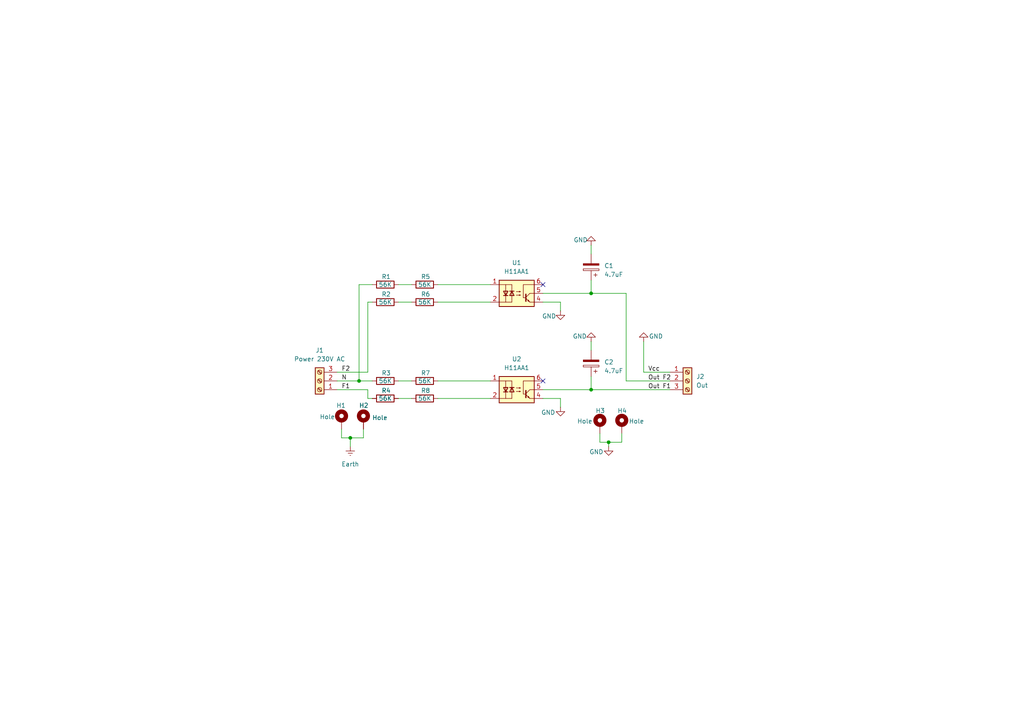
<source format=kicad_sch>
(kicad_sch (version 20250114) (generator "eeschema") (generator_version "9.0")
  (paper "A4")
  (title_block (date "2025-03-13"))
  (lib_symbols
    (symbol "Connector:Screw_Terminal_01x03" (pin_names (offset 1.016) (hide yes))
      (property "Reference" "J" (at 0 5.08 0))
      (property "Value" "Screw_Terminal_01x03" (at 0 -5.08 0))
      (symbol "Screw_Terminal_01x03_1_1"
        (rectangle (start -1.27 3.81) (end 1.27 -3.81) (stroke (width 0.254)) (fill (type background)))
        (polyline (pts (xy -0.5334 2.8702) (xy 0.3302 2.032)) (stroke (width 0.1524)))
        (polyline (pts (xy -0.5334 0.3302) (xy 0.3302 -0.508)) (stroke (width 0.1524)))
        (polyline (pts (xy -0.5334 -2.2098) (xy 0.3302 -3.048)) (stroke (width 0.1524)))
        (polyline (pts (xy -0.3556 3.048) (xy 0.508 2.2098)) (stroke (width 0.1524)))
        (polyline (pts (xy -0.3556 0.508) (xy 0.508 -0.3302)) (stroke (width 0.1524)))
        (polyline (pts (xy -0.3556 -2.032) (xy 0.508 -2.8702)) (stroke (width 0.1524)))
        (circle (center 0 2.54) (radius 0.635) (stroke (width 0.1524)))
        (circle (center 0 0) (radius 0.635) (stroke (width 0.1524)))
        (circle (center 0 -2.54) (radius 0.635) (stroke (width 0.1524)))
        (pin passive line (at -5.08 2.54 0) (length 3.81) (name "Pin_1") (number "1"))
        (pin passive line (at -5.08 0 0) (length 3.81) (name "Pin_2") (number "2"))
        (pin passive line (at -5.08 -2.54 0) (length 3.81) (name "Pin_3") (number "3"))
      )
    )
    (symbol "Device:C_Polarized" (pin_numbers (hide yes)) (pin_names (offset 0.254))
      (property "Reference" "C" (at 0.635 2.54 0))
      (property "Value" "C_Polarized" (at 0.635 -2.54 0))
      (symbol "C_Polarized_0_1"
        (rectangle (start -2.286 0.508) (end 2.286 1.016))
        (polyline (pts (xy -1.778 2.286) (xy -0.762 2.286)))
        (polyline (pts (xy -1.27 2.794) (xy -1.27 1.778)))
        (rectangle (start 2.286 -0.508) (end -2.286 -1.016) (fill (type outline)))
      )
      (symbol "C_Polarized_1_1"
        (pin passive line (at 0 3.81 270) (length 2.794) (name "~") (number "1"))
        (pin passive line (at 0 -3.81 90) (length 2.794) (name "~") (number "2"))
      )
    )
    (symbol "Device:R" (pin_numbers (hide yes)) (pin_names (offset 0))
      (property "Reference" "R" (at 2.032 0 90))
      (property "Value" "R" (at 0 0 90))
      (symbol "R_0_1"
        (rectangle (start -1.016 -2.54) (end 1.016 2.54) (stroke (width 0.254)))
      )
      (symbol "R_1_1"
        (pin passive line (at 0 3.81 270) (length 1.27) (name "~") (number "1"))
        (pin passive line (at 0 -3.81 90) (length 1.27) (name "~") (number "2"))
      )
    )
    (symbol "Isolator:H11AA1"
      (property "Reference" "U" (at -5.334 4.953 0))
      (property "Value" "H11AA1" (at 0.635 4.953 0))
      (symbol "H11AA1_0_1"
        (polyline (pts (xy -2.032 0.635) (xy -0.762 0.635)) (stroke (width 0.254)))
        (polyline (pts (xy -1.397 2.54) (xy -3.175 2.54)) (stroke (width 0.1524)))
        (polyline (pts (xy -1.397 0.635) (xy -1.397 2.54)))
        (polyline (pts (xy -1.397 0.635) (xy -1.397 -0.635)))
        (polyline (pts (xy -1.397 0.635) (xy -2.032 -0.635) (xy -0.762 -0.635) (xy -1.397 0.635)) (stroke (width 0.254)))
        (polyline (pts (xy -1.397 -0.635) (xy -1.397 -2.54)))
        (polyline (pts (xy -1.397 -2.54) (xy -3.175 -2.54)) (stroke (width 0.1524)))
      )
      (symbol "H11AA1_1_1"
        (rectangle (start -5.08 3.81) (end 5.08 -3.81) (stroke (width 0.254)) (fill (type background)))
        (polyline (pts (xy -5.08 -2.54) (xy -3.175 -2.54) (xy -3.175 2.54) (xy -5.08 2.54)))
        (polyline (pts (xy -3.81 -0.635) (xy -2.54 -0.635)) (stroke (width 0.254)))
        (polyline (pts (xy -3.175 -0.635) (xy -3.81 0.635) (xy -2.54 0.635) (xy -3.175 -0.635)) (stroke (width 0.254)))
        (polyline (pts (xy -0.127 0.508) (xy 1.143 0.508) (xy 0.762 0.381) (xy 0.762 0.635) (xy 1.143 0.508)))
        (polyline (pts (xy -0.127 -0.508) (xy 1.143 -0.508) (xy 0.762 -0.635) (xy 0.762 -0.381) (xy 1.143 -0.508)))
        (polyline (pts (xy 2.667 -0.254) (xy 2.667 -2.286) (xy 2.667 -2.286)) (stroke (width 0.3556)))
        (polyline (pts (xy 2.667 -1.143) (xy 3.81 0)))
        (polyline (pts (xy 2.667 -1.397) (xy 3.81 -2.54)))
        (polyline (pts (xy 3.683 -2.413) (xy 3.429 -1.905) (xy 3.175 -2.159) (xy 3.683 -2.413)))
        (polyline (pts (xy 3.81 0) (xy 5.08 0)))
        (polyline (pts (xy 3.81 -2.54) (xy 5.08 -2.54)))
        (polyline (pts (xy 5.08 2.54) (xy 1.905 2.54) (xy 1.905 -1.27) (xy 2.54 -1.27)))
        (pin passive line (at -7.62 2.54 0) (length 2.54) (name "~") (number "1"))
        (pin passive line (at -7.62 -2.54 0) (length 2.54) (name "~") (number "2"))
        (pin no_connect line (at -5.08 0 0) (length 2.54) (hide yes) (name "NC") (number "3"))
        (pin passive line (at 7.62 2.54 180) (length 2.54) (name "~") (number "6"))
        (pin passive line (at 7.62 0 180) (length 2.54) (name "~") (number "5"))
        (pin passive line (at 7.62 -2.54 180) (length 2.54) (name "~") (number "4"))
      )
    )
    (symbol "Mechanical:MountingHole_Pad" (pin_numbers (hide yes)) (pin_names (offset 1.016) (hide yes)) (exclude_from_sim yes) (in_bom no)
      (property "Reference" "H" (at 0 6.35 0))
      (property "Value" "MountingHole_Pad" (at 0 4.445 0))
      (symbol "MountingHole_Pad_0_1"
        (circle (center 0 1.27) (radius 1.27) (stroke (width 1.27)))
      )
      (symbol "MountingHole_Pad_1_1"
        (pin input line (at 0 -2.54 90) (length 2.54) (name "1") (number "1"))
      )
    )
    (symbol "power:Earth" (power) (pin_numbers (hide yes)) (pin_names (offset 0) (hide yes))
      (property "Value" "Earth" (at 0 -3.81 0))
      (symbol "Earth_0_1"
        (polyline (pts (xy -0.635 -1.905) (xy 0.635 -1.905)))
        (polyline (pts (xy -0.127 -2.54) (xy 0.127 -2.54)))
        (polyline (pts (xy 0 -1.27) (xy 0 0)))
        (polyline (pts (xy 1.27 -1.27) (xy -1.27 -1.27)))
      )
      (symbol "Earth_1_1"
        (pin power_in line (at 0 0 270) (length 0) (name "~") (number "1"))
      )
    )
    (symbol "power:GND" (power) (pin_numbers (hide yes)) (pin_names (offset 0) (hide yes))
      (property "Value" "GND" (at 0 -3.81 0))
      (symbol "GND_0_1"
        (polyline (pts (xy 0 0) (xy 0 -1.27) (xy 1.27 -1.27) (xy 0 -2.54) (xy -1.27 -1.27) (xy 0 -1.27)))
      )
      (symbol "GND_1_1"
        (pin power_in line (at 0 0 270) (length 0) (name "~") (number "1"))
      )
    )
  )
  (junction (at 101.6 127))
  (junction (at 104.14 110.49))
  (junction (at 176.53 128.27))
  (junction (at 171.45 85.09))
  (junction (at 171.45 113.03))
  (no_connect (at 157.48 110.49))
  (no_connect (at 157.48 82.55))
  (wire (pts (xy 181.61 85.09) (xy 171.45 85.09)))
  (wire (pts (xy 171.45 71.12) (xy 171.45 73.66)))
  (wire (pts (xy 127 82.55) (xy 142.24 82.55)))
  (wire (pts (xy 115.57 110.49) (xy 119.38 110.49)))
  (wire (pts (xy 115.57 82.55) (xy 119.38 82.55)))
  (wire (pts (xy 162.56 90.17) (xy 162.56 87.63)))
  (wire (pts (xy 105.41 127) (xy 101.6 127)))
  (wire (pts (xy 127 110.49) (xy 142.24 110.49)))
  (wire (pts (xy 127 87.63) (xy 142.24 87.63)))
  (wire (pts (xy 97.79 110.49) (xy 104.14 110.49)))
  (wire (pts (xy 107.95 115.57) (xy 106.68 115.57)))
  (wire (pts (xy 104.14 82.55) (xy 107.95 82.55)))
  (wire (pts (xy 157.48 113.03) (xy 171.45 113.03)))
  (wire (pts (xy 115.57 115.57) (xy 119.38 115.57)))
  (wire (pts (xy 106.68 113.03) (xy 97.79 113.03)))
  (wire (pts (xy 101.6 127) (xy 101.6 129.54)))
  (wire (pts (xy 162.56 87.63) (xy 157.48 87.63)))
  (wire (pts (xy 181.61 110.49) (xy 181.61 85.09)))
  (wire (pts (xy 171.45 99.06) (xy 171.45 101.6)))
  (wire (pts (xy 171.45 81.28) (xy 171.45 85.09)))
  (wire (pts (xy 106.68 107.95) (xy 106.68 87.63)))
  (wire (pts (xy 157.48 115.57) (xy 162.56 115.57)))
  (wire (pts (xy 173.99 125.73) (xy 173.99 128.27)))
  (wire (pts (xy 107.95 110.49) (xy 104.14 110.49)))
  (wire (pts (xy 171.45 113.03) (xy 194.31 113.03)))
  (wire (pts (xy 101.6 127) (xy 99.06 127)))
  (wire (pts (xy 106.68 115.57) (xy 106.68 113.03)))
  (wire (pts (xy 106.68 87.63) (xy 107.95 87.63)))
  (wire (pts (xy 157.48 85.09) (xy 171.45 85.09)))
  (wire (pts (xy 104.14 110.49) (xy 104.14 82.55)))
  (wire (pts (xy 194.31 107.95) (xy 186.69 107.95)))
  (wire (pts (xy 105.41 124.46) (xy 105.41 127)))
  (wire (pts (xy 99.06 124.46) (xy 99.06 127)))
  (wire (pts (xy 162.56 115.57) (xy 162.56 118.11)))
  (wire (pts (xy 115.57 87.63) (xy 119.38 87.63)))
  (wire (pts (xy 176.53 128.27) (xy 173.99 128.27)))
  (wire (pts (xy 186.69 99.06) (xy 186.69 107.95)))
  (wire (pts (xy 171.45 109.22) (xy 171.45 113.03)))
  (wire (pts (xy 176.53 128.27) (xy 176.53 129.54)))
  (wire (pts (xy 127 115.57) (xy 142.24 115.57)))
  (wire (pts (xy 194.31 110.49) (xy 181.61 110.49)))
  (wire (pts (xy 97.79 107.95) (xy 106.68 107.95)))
  (wire (pts (xy 180.34 125.73) (xy 180.34 128.27)))
  (wire (pts (xy 180.34 128.27) (xy 176.53 128.27)))
  (label "F1" (at 99.06 113.03 0))
  (label "N" (at 99.06 110.49 0))
  (label "Out F2" (at 187.96 110.49 0))
  (label "F2" (at 99.06 107.95 0))
  (label "Out F1" (at 187.96 113.03 0))
  (label "Vcc" (at 187.96 107.95 0))
  (symbol (lib_id "Device:R") (at 111.76 82.55 90) (unit 1)
    (property "Reference" "R1" (at 112.014 80.264 90))
    (property "Value" "56K" (at 111.76 82.55 90))
    (property "Footprint" "Resistor_SMD:R_MELF_MMB-0207" (effects (hide yes)))
    (property "Description" "Resistor" (effects (hide yes)))
  )
  (symbol (lib_id "power:GND") (at 162.56 118.11 0) (unit 1)
    (property "Reference" "#PWR05" (effects (hide yes)))
    (property "Value" "GND" (at 159.004 119.634 0))
    (property "Description" "Power symbol creates a global label with name \"GND\" , ground" (effects (hide yes)))
  )
  (symbol (lib_id "power:GND") (at 171.45 71.12 180) (unit 1)
    (property "Reference" "#PWR06" (effects (hide yes)))
    (property "Value" "GND" (at 168.402 69.596 0))
    (property "Description" "Power symbol creates a global label with name \"GND\" , ground" (effects (hide yes)))
  )
  (symbol (lib_id "Device:R") (at 123.19 110.49 90) (unit 1)
    (property "Reference" "R7" (at 123.444 108.204 90))
    (property "Value" "56K" (at 123.19 110.49 90))
    (property "Footprint" "Resistor_SMD:R_MELF_MMB-0207" (effects (hide yes)))
    (property "Description" "Resistor" (effects (hide yes)))
  )
  (symbol (lib_id "Device:R") (at 123.19 87.63 90) (unit 1)
    (property "Reference" "R6" (at 123.444 85.344 90))
    (property "Value" "56K" (at 123.19 87.63 90))
    (property "Footprint" "Resistor_SMD:R_MELF_MMB-0207" (effects (hide yes)))
    (property "Description" "Resistor" (effects (hide yes)))
  )
  (symbol (lib_id "Device:C_Polarized") (at 171.45 77.47 180) (unit 1)
    (property "Reference" "C1" (at 175.26 77.0889 0) (effects (justify right)))
    (property "Value" "4.7uF" (at 175.26 79.6289 0) (effects (justify right)))
    (property "Footprint" "Capacitor_Tantalum_SMD:CP_EIA-3216-10_Kemet-I" (effects (hide yes)))
    (property "Description" "Polarized capacitor" (effects (hide yes)))
  )
  (symbol (lib_id "Device:C_Polarized") (at 171.45 105.41 180) (unit 1)
    (property "Reference" "C2" (at 175.26 105.0289 0) (effects (justify right)))
    (property "Value" "4.7uF" (at 175.26 107.5689 0) (effects (justify right)))
    (property "Footprint" "Capacitor_Tantalum_SMD:CP_EIA-3216-10_Kemet-I" (effects (hide yes)))
    (property "Description" "Polarized capacitor" (effects (hide yes)))
  )
  (symbol (lib_id "power:GND") (at 176.53 129.54 0) (unit 1)
    (property "Reference" "#PWR09" (effects (hide yes)))
    (property "Value" "GND" (at 172.974 131.064 0))
    (property "Description" "Power symbol creates a global label with name \"GND\" , ground" (effects (hide yes)))
  )
  (symbol (lib_id "Mechanical:MountingHole_Pad") (at 99.06 121.92 0) (unit 1) (in_bom no)
    (property "Reference" "H1" (at 97.536 117.602 0) (effects (justify left)))
    (property "Value" "Hole" (at 92.71 120.904 0) (effects (justify left)))
    (property "Footprint" "MountingHole:MountingHole_2.5mm_Pad" (effects (hide yes)))
    (property "Description" "Mounting Hole with connection" (effects (hide yes)))
  )
  (symbol (lib_id "Device:R") (at 111.76 110.49 90) (unit 1)
    (property "Reference" "R3" (at 112.014 108.204 90))
    (property "Value" "56K" (at 111.76 110.49 90))
    (property "Footprint" "Resistor_SMD:R_MELF_MMB-0207" (effects (hide yes)))
    (property "Description" "Resistor" (effects (hide yes)))
  )
  (symbol (lib_id "Mechanical:MountingHole_Pad") (at 105.41 121.92 0) (unit 1) (in_bom no)
    (property "Reference" "H2" (at 104.14 117.602 0) (effects (justify left)))
    (property "Value" "Hole" (at 107.95 121.158 0) (effects (justify left)))
    (property "Footprint" "MountingHole:MountingHole_2.5mm_Pad" (effects (hide yes)))
    (property "Description" "Mounting Hole with connection" (effects (hide yes)))
  )
  (symbol (lib_id "Isolator:H11AA1") (at 149.86 113.03 0) (unit 1)
    (property "Reference" "U2" (at 149.86 104.14 0))
    (property "Value" "H11AA1" (at 149.86 106.68 0))
    (property "Footprint" "Package_DIP:DIP-6_W7.62mm_SMDSocket_SmallPads" (effects (hide yes)))
    (property "Datasheet" "https://www.vishay.com/docs/83608/h11aa1.pdf" (effects (hide yes)))
    (property "Description" "AC/DC NPN Optocoupler, DIP-6" (effects (hide yes)))
  )
  (symbol (lib_id "Device:R") (at 123.19 115.57 90) (unit 1)
    (property "Reference" "R8" (at 123.444 113.284 90))
    (property "Value" "56K" (at 123.19 115.57 90))
    (property "Footprint" "Resistor_SMD:R_MELF_MMB-0207" (effects (hide yes)))
    (property "Description" "Resistor" (effects (hide yes)))
  )
  (symbol (lib_id "Connector:Screw_Terminal_01x03") (at 92.71 110.49 180) (unit 1)
    (property "Reference" "J1" (at 92.71 101.6 0))
    (property "Value" "Power 230V AC" (at 92.71 104.14 0))
    (property "Footprint" "TerminalBlock_MetzConnect:TerminalBlock_MetzConnect_Type059_RT06303HBWC_1x03_P3.50mm_Horizontal" (effects (hide yes)))
    (property "Description" "Generic screw terminal, single row, 01x03, script generated (kicad-library-utils/schlib/autogen/connector/)" (effects (hide yes)))
  )
  (symbol (lib_id "Mechanical:MountingHole_Pad") (at 180.34 123.19 0) (unit 1) (in_bom no)
    (property "Reference" "H4" (at 179.07 119.126 0) (effects (justify left)))
    (property "Value" "Hole" (at 182.372 122.174 0) (effects (justify left)))
    (property "Footprint" "MountingHole:MountingHole_2.5mm_Pad" (effects (hide yes)))
    (property "Description" "Mounting Hole with connection" (effects (hide yes)))
  )
  (symbol (lib_id "power:GND") (at 171.45 99.06 180) (unit 1)
    (property "Reference" "#PWR07" (effects (hide yes)))
    (property "Value" "GND" (at 168.148 97.536 0))
    (property "Description" "Power symbol creates a global label with name \"GND\" , ground" (effects (hide yes)))
  )
  (symbol (lib_id "power:GND") (at 186.69 99.06 180) (unit 1)
    (property "Reference" "#PWR02" (effects (hide yes)))
    (property "Value" "GND" (at 190.246 97.536 0))
    (property "Description" "Power symbol creates a global label with name \"GND\" , ground" (effects (hide yes)))
  )
  (symbol (lib_id "Device:R") (at 111.76 87.63 90) (unit 1)
    (property "Reference" "R2" (at 112.014 85.344 90))
    (property "Value" "56K" (at 111.76 87.63 90))
    (property "Footprint" "Resistor_SMD:R_MELF_MMB-0207" (effects (hide yes)))
    (property "Description" "Resistor" (effects (hide yes)))
  )
  (symbol (lib_id "power:GND") (at 162.56 90.17 0) (unit 1)
    (property "Reference" "#PWR03" (effects (hide yes)))
    (property "Value" "GND" (at 159.258 91.694 0))
    (property "Description" "Power symbol creates a global label with name \"GND\" , ground" (effects (hide yes)))
  )
  (symbol (lib_id "Connector:Screw_Terminal_01x03") (at 199.39 110.49 0) (unit 1)
    (property "Reference" "J2" (at 201.93 109.2199 0) (effects (justify left)))
    (property "Value" "Out" (at 201.93 111.7599 0) (effects (justify left)))
    (property "Footprint" "TerminalBlock_MetzConnect:TerminalBlock_MetzConnect_Type059_RT06303HBWC_1x03_P3.50mm_Horizontal" (effects (hide yes)))
    (property "Description" "Generic screw terminal, single row, 01x03, script generated (kicad-library-utils/schlib/autogen/connector/)" (effects (hide yes)))
  )
  (symbol (lib_id "Device:R") (at 123.19 82.55 90) (unit 1)
    (property "Reference" "R5" (at 123.444 80.264 90))
    (property "Value" "56K" (at 123.19 82.55 90))
    (property "Footprint" "Resistor_SMD:R_MELF_MMB-0207" (effects (hide yes)))
    (property "Description" "Resistor" (effects (hide yes)))
  )
  (symbol (lib_id "Device:R") (at 111.76 115.57 90) (unit 1)
    (property "Reference" "R4" (at 112.014 113.284 90))
    (property "Value" "56K" (at 111.76 115.57 90))
    (property "Footprint" "Resistor_SMD:R_MELF_MMB-0207" (effects (hide yes)))
    (property "Description" "Resistor" (effects (hide yes)))
  )
  (symbol (lib_id "power:Earth") (at 101.6 129.54 0) (unit 1)
    (property "Reference" "#PWR01" (effects (hide yes)))
    (property "Value" "Earth" (at 101.6 134.62 0))
    (property "Description" "Power symbol creates a global label with name \"Earth\"" (effects (hide yes)))
  )
  (symbol (lib_id "Mechanical:MountingHole_Pad") (at 173.99 123.19 0) (unit 1) (in_bom no)
    (property "Reference" "H3" (at 172.72 119.126 0) (effects (justify left)))
    (property "Value" "Hole" (at 167.386 122.174 0) (effects (justify left)))
    (property "Footprint" "MountingHole:MountingHole_2.5mm_Pad" (effects (hide yes)))
    (property "Description" "Mounting Hole with connection" (effects (hide yes)))
  )
  (symbol (lib_id "Isolator:H11AA1") (at 149.86 85.09 0) (unit 1)
    (property "Reference" "U1" (at 149.86 76.2 0))
    (property "Value" "H11AA1" (at 149.86 78.74 0))
    (property "Footprint" "Package_DIP:DIP-6_W7.62mm_SMDSocket_SmallPads" (effects (hide yes)))
    (property "Datasheet" "https://www.vishay.com/docs/83608/h11aa1.pdf" (effects (hide yes)))
    (property "Description" "AC/DC NPN Optocoupler, DIP-6" (effects (hide yes)))
  )
)
</source>
